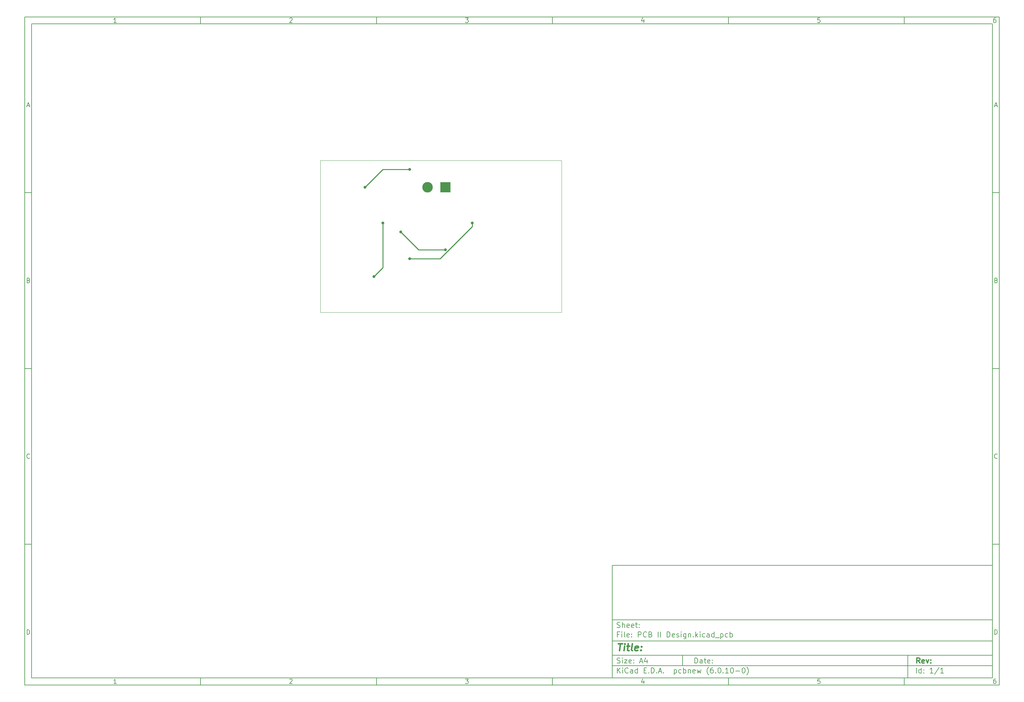
<source format=gbr>
%TF.GenerationSoftware,KiCad,Pcbnew,(6.0.10-0)*%
%TF.CreationDate,2023-02-24T22:40:58-08:00*%
%TF.ProjectId,PCB II Design,50434220-4949-4204-9465-7369676e2e6b,rev?*%
%TF.SameCoordinates,Original*%
%TF.FileFunction,Copper,L2,Bot*%
%TF.FilePolarity,Positive*%
%FSLAX46Y46*%
G04 Gerber Fmt 4.6, Leading zero omitted, Abs format (unit mm)*
G04 Created by KiCad (PCBNEW (6.0.10-0)) date 2023-02-24 22:40:58*
%MOMM*%
%LPD*%
G01*
G04 APERTURE LIST*
%ADD10C,0.100000*%
%ADD11C,0.150000*%
%ADD12C,0.300000*%
%ADD13C,0.400000*%
%TA.AperFunction,Profile*%
%ADD14C,0.100000*%
%TD*%
%TA.AperFunction,ComponentPad*%
%ADD15R,3.000000X3.000000*%
%TD*%
%TA.AperFunction,ComponentPad*%
%ADD16C,3.000000*%
%TD*%
%TA.AperFunction,ViaPad*%
%ADD17C,0.800000*%
%TD*%
%TA.AperFunction,Conductor*%
%ADD18C,0.250000*%
%TD*%
G04 APERTURE END LIST*
D10*
D11*
X177002200Y-166007200D02*
X177002200Y-198007200D01*
X285002200Y-198007200D01*
X285002200Y-166007200D01*
X177002200Y-166007200D01*
D10*
D11*
X10000000Y-10000000D02*
X10000000Y-200007200D01*
X287002200Y-200007200D01*
X287002200Y-10000000D01*
X10000000Y-10000000D01*
D10*
D11*
X12000000Y-12000000D02*
X12000000Y-198007200D01*
X285002200Y-198007200D01*
X285002200Y-12000000D01*
X12000000Y-12000000D01*
D10*
D11*
X60000000Y-12000000D02*
X60000000Y-10000000D01*
D10*
D11*
X110000000Y-12000000D02*
X110000000Y-10000000D01*
D10*
D11*
X160000000Y-12000000D02*
X160000000Y-10000000D01*
D10*
D11*
X210000000Y-12000000D02*
X210000000Y-10000000D01*
D10*
D11*
X260000000Y-12000000D02*
X260000000Y-10000000D01*
D10*
D11*
X36065476Y-11588095D02*
X35322619Y-11588095D01*
X35694047Y-11588095D02*
X35694047Y-10288095D01*
X35570238Y-10473809D01*
X35446428Y-10597619D01*
X35322619Y-10659523D01*
D10*
D11*
X85322619Y-10411904D02*
X85384523Y-10350000D01*
X85508333Y-10288095D01*
X85817857Y-10288095D01*
X85941666Y-10350000D01*
X86003571Y-10411904D01*
X86065476Y-10535714D01*
X86065476Y-10659523D01*
X86003571Y-10845238D01*
X85260714Y-11588095D01*
X86065476Y-11588095D01*
D10*
D11*
X135260714Y-10288095D02*
X136065476Y-10288095D01*
X135632142Y-10783333D01*
X135817857Y-10783333D01*
X135941666Y-10845238D01*
X136003571Y-10907142D01*
X136065476Y-11030952D01*
X136065476Y-11340476D01*
X136003571Y-11464285D01*
X135941666Y-11526190D01*
X135817857Y-11588095D01*
X135446428Y-11588095D01*
X135322619Y-11526190D01*
X135260714Y-11464285D01*
D10*
D11*
X185941666Y-10721428D02*
X185941666Y-11588095D01*
X185632142Y-10226190D02*
X185322619Y-11154761D01*
X186127380Y-11154761D01*
D10*
D11*
X236003571Y-10288095D02*
X235384523Y-10288095D01*
X235322619Y-10907142D01*
X235384523Y-10845238D01*
X235508333Y-10783333D01*
X235817857Y-10783333D01*
X235941666Y-10845238D01*
X236003571Y-10907142D01*
X236065476Y-11030952D01*
X236065476Y-11340476D01*
X236003571Y-11464285D01*
X235941666Y-11526190D01*
X235817857Y-11588095D01*
X235508333Y-11588095D01*
X235384523Y-11526190D01*
X235322619Y-11464285D01*
D10*
D11*
X285941666Y-10288095D02*
X285694047Y-10288095D01*
X285570238Y-10350000D01*
X285508333Y-10411904D01*
X285384523Y-10597619D01*
X285322619Y-10845238D01*
X285322619Y-11340476D01*
X285384523Y-11464285D01*
X285446428Y-11526190D01*
X285570238Y-11588095D01*
X285817857Y-11588095D01*
X285941666Y-11526190D01*
X286003571Y-11464285D01*
X286065476Y-11340476D01*
X286065476Y-11030952D01*
X286003571Y-10907142D01*
X285941666Y-10845238D01*
X285817857Y-10783333D01*
X285570238Y-10783333D01*
X285446428Y-10845238D01*
X285384523Y-10907142D01*
X285322619Y-11030952D01*
D10*
D11*
X60000000Y-198007200D02*
X60000000Y-200007200D01*
D10*
D11*
X110000000Y-198007200D02*
X110000000Y-200007200D01*
D10*
D11*
X160000000Y-198007200D02*
X160000000Y-200007200D01*
D10*
D11*
X210000000Y-198007200D02*
X210000000Y-200007200D01*
D10*
D11*
X260000000Y-198007200D02*
X260000000Y-200007200D01*
D10*
D11*
X36065476Y-199595295D02*
X35322619Y-199595295D01*
X35694047Y-199595295D02*
X35694047Y-198295295D01*
X35570238Y-198481009D01*
X35446428Y-198604819D01*
X35322619Y-198666723D01*
D10*
D11*
X85322619Y-198419104D02*
X85384523Y-198357200D01*
X85508333Y-198295295D01*
X85817857Y-198295295D01*
X85941666Y-198357200D01*
X86003571Y-198419104D01*
X86065476Y-198542914D01*
X86065476Y-198666723D01*
X86003571Y-198852438D01*
X85260714Y-199595295D01*
X86065476Y-199595295D01*
D10*
D11*
X135260714Y-198295295D02*
X136065476Y-198295295D01*
X135632142Y-198790533D01*
X135817857Y-198790533D01*
X135941666Y-198852438D01*
X136003571Y-198914342D01*
X136065476Y-199038152D01*
X136065476Y-199347676D01*
X136003571Y-199471485D01*
X135941666Y-199533390D01*
X135817857Y-199595295D01*
X135446428Y-199595295D01*
X135322619Y-199533390D01*
X135260714Y-199471485D01*
D10*
D11*
X185941666Y-198728628D02*
X185941666Y-199595295D01*
X185632142Y-198233390D02*
X185322619Y-199161961D01*
X186127380Y-199161961D01*
D10*
D11*
X236003571Y-198295295D02*
X235384523Y-198295295D01*
X235322619Y-198914342D01*
X235384523Y-198852438D01*
X235508333Y-198790533D01*
X235817857Y-198790533D01*
X235941666Y-198852438D01*
X236003571Y-198914342D01*
X236065476Y-199038152D01*
X236065476Y-199347676D01*
X236003571Y-199471485D01*
X235941666Y-199533390D01*
X235817857Y-199595295D01*
X235508333Y-199595295D01*
X235384523Y-199533390D01*
X235322619Y-199471485D01*
D10*
D11*
X285941666Y-198295295D02*
X285694047Y-198295295D01*
X285570238Y-198357200D01*
X285508333Y-198419104D01*
X285384523Y-198604819D01*
X285322619Y-198852438D01*
X285322619Y-199347676D01*
X285384523Y-199471485D01*
X285446428Y-199533390D01*
X285570238Y-199595295D01*
X285817857Y-199595295D01*
X285941666Y-199533390D01*
X286003571Y-199471485D01*
X286065476Y-199347676D01*
X286065476Y-199038152D01*
X286003571Y-198914342D01*
X285941666Y-198852438D01*
X285817857Y-198790533D01*
X285570238Y-198790533D01*
X285446428Y-198852438D01*
X285384523Y-198914342D01*
X285322619Y-199038152D01*
D10*
D11*
X10000000Y-60000000D02*
X12000000Y-60000000D01*
D10*
D11*
X10000000Y-110000000D02*
X12000000Y-110000000D01*
D10*
D11*
X10000000Y-160000000D02*
X12000000Y-160000000D01*
D10*
D11*
X10690476Y-35216666D02*
X11309523Y-35216666D01*
X10566666Y-35588095D02*
X11000000Y-34288095D01*
X11433333Y-35588095D01*
D10*
D11*
X11092857Y-84907142D02*
X11278571Y-84969047D01*
X11340476Y-85030952D01*
X11402380Y-85154761D01*
X11402380Y-85340476D01*
X11340476Y-85464285D01*
X11278571Y-85526190D01*
X11154761Y-85588095D01*
X10659523Y-85588095D01*
X10659523Y-84288095D01*
X11092857Y-84288095D01*
X11216666Y-84350000D01*
X11278571Y-84411904D01*
X11340476Y-84535714D01*
X11340476Y-84659523D01*
X11278571Y-84783333D01*
X11216666Y-84845238D01*
X11092857Y-84907142D01*
X10659523Y-84907142D01*
D10*
D11*
X11402380Y-135464285D02*
X11340476Y-135526190D01*
X11154761Y-135588095D01*
X11030952Y-135588095D01*
X10845238Y-135526190D01*
X10721428Y-135402380D01*
X10659523Y-135278571D01*
X10597619Y-135030952D01*
X10597619Y-134845238D01*
X10659523Y-134597619D01*
X10721428Y-134473809D01*
X10845238Y-134350000D01*
X11030952Y-134288095D01*
X11154761Y-134288095D01*
X11340476Y-134350000D01*
X11402380Y-134411904D01*
D10*
D11*
X10659523Y-185588095D02*
X10659523Y-184288095D01*
X10969047Y-184288095D01*
X11154761Y-184350000D01*
X11278571Y-184473809D01*
X11340476Y-184597619D01*
X11402380Y-184845238D01*
X11402380Y-185030952D01*
X11340476Y-185278571D01*
X11278571Y-185402380D01*
X11154761Y-185526190D01*
X10969047Y-185588095D01*
X10659523Y-185588095D01*
D10*
D11*
X287002200Y-60000000D02*
X285002200Y-60000000D01*
D10*
D11*
X287002200Y-110000000D02*
X285002200Y-110000000D01*
D10*
D11*
X287002200Y-160000000D02*
X285002200Y-160000000D01*
D10*
D11*
X285692676Y-35216666D02*
X286311723Y-35216666D01*
X285568866Y-35588095D02*
X286002200Y-34288095D01*
X286435533Y-35588095D01*
D10*
D11*
X286095057Y-84907142D02*
X286280771Y-84969047D01*
X286342676Y-85030952D01*
X286404580Y-85154761D01*
X286404580Y-85340476D01*
X286342676Y-85464285D01*
X286280771Y-85526190D01*
X286156961Y-85588095D01*
X285661723Y-85588095D01*
X285661723Y-84288095D01*
X286095057Y-84288095D01*
X286218866Y-84350000D01*
X286280771Y-84411904D01*
X286342676Y-84535714D01*
X286342676Y-84659523D01*
X286280771Y-84783333D01*
X286218866Y-84845238D01*
X286095057Y-84907142D01*
X285661723Y-84907142D01*
D10*
D11*
X286404580Y-135464285D02*
X286342676Y-135526190D01*
X286156961Y-135588095D01*
X286033152Y-135588095D01*
X285847438Y-135526190D01*
X285723628Y-135402380D01*
X285661723Y-135278571D01*
X285599819Y-135030952D01*
X285599819Y-134845238D01*
X285661723Y-134597619D01*
X285723628Y-134473809D01*
X285847438Y-134350000D01*
X286033152Y-134288095D01*
X286156961Y-134288095D01*
X286342676Y-134350000D01*
X286404580Y-134411904D01*
D10*
D11*
X285661723Y-185588095D02*
X285661723Y-184288095D01*
X285971247Y-184288095D01*
X286156961Y-184350000D01*
X286280771Y-184473809D01*
X286342676Y-184597619D01*
X286404580Y-184845238D01*
X286404580Y-185030952D01*
X286342676Y-185278571D01*
X286280771Y-185402380D01*
X286156961Y-185526190D01*
X285971247Y-185588095D01*
X285661723Y-185588095D01*
D10*
D11*
X200434342Y-193785771D02*
X200434342Y-192285771D01*
X200791485Y-192285771D01*
X201005771Y-192357200D01*
X201148628Y-192500057D01*
X201220057Y-192642914D01*
X201291485Y-192928628D01*
X201291485Y-193142914D01*
X201220057Y-193428628D01*
X201148628Y-193571485D01*
X201005771Y-193714342D01*
X200791485Y-193785771D01*
X200434342Y-193785771D01*
X202577200Y-193785771D02*
X202577200Y-193000057D01*
X202505771Y-192857200D01*
X202362914Y-192785771D01*
X202077200Y-192785771D01*
X201934342Y-192857200D01*
X202577200Y-193714342D02*
X202434342Y-193785771D01*
X202077200Y-193785771D01*
X201934342Y-193714342D01*
X201862914Y-193571485D01*
X201862914Y-193428628D01*
X201934342Y-193285771D01*
X202077200Y-193214342D01*
X202434342Y-193214342D01*
X202577200Y-193142914D01*
X203077200Y-192785771D02*
X203648628Y-192785771D01*
X203291485Y-192285771D02*
X203291485Y-193571485D01*
X203362914Y-193714342D01*
X203505771Y-193785771D01*
X203648628Y-193785771D01*
X204720057Y-193714342D02*
X204577200Y-193785771D01*
X204291485Y-193785771D01*
X204148628Y-193714342D01*
X204077200Y-193571485D01*
X204077200Y-193000057D01*
X204148628Y-192857200D01*
X204291485Y-192785771D01*
X204577200Y-192785771D01*
X204720057Y-192857200D01*
X204791485Y-193000057D01*
X204791485Y-193142914D01*
X204077200Y-193285771D01*
X205434342Y-193642914D02*
X205505771Y-193714342D01*
X205434342Y-193785771D01*
X205362914Y-193714342D01*
X205434342Y-193642914D01*
X205434342Y-193785771D01*
X205434342Y-192857200D02*
X205505771Y-192928628D01*
X205434342Y-193000057D01*
X205362914Y-192928628D01*
X205434342Y-192857200D01*
X205434342Y-193000057D01*
D10*
D11*
X177002200Y-194507200D02*
X285002200Y-194507200D01*
D10*
D11*
X178434342Y-196585771D02*
X178434342Y-195085771D01*
X179291485Y-196585771D02*
X178648628Y-195728628D01*
X179291485Y-195085771D02*
X178434342Y-195942914D01*
X179934342Y-196585771D02*
X179934342Y-195585771D01*
X179934342Y-195085771D02*
X179862914Y-195157200D01*
X179934342Y-195228628D01*
X180005771Y-195157200D01*
X179934342Y-195085771D01*
X179934342Y-195228628D01*
X181505771Y-196442914D02*
X181434342Y-196514342D01*
X181220057Y-196585771D01*
X181077200Y-196585771D01*
X180862914Y-196514342D01*
X180720057Y-196371485D01*
X180648628Y-196228628D01*
X180577200Y-195942914D01*
X180577200Y-195728628D01*
X180648628Y-195442914D01*
X180720057Y-195300057D01*
X180862914Y-195157200D01*
X181077200Y-195085771D01*
X181220057Y-195085771D01*
X181434342Y-195157200D01*
X181505771Y-195228628D01*
X182791485Y-196585771D02*
X182791485Y-195800057D01*
X182720057Y-195657200D01*
X182577200Y-195585771D01*
X182291485Y-195585771D01*
X182148628Y-195657200D01*
X182791485Y-196514342D02*
X182648628Y-196585771D01*
X182291485Y-196585771D01*
X182148628Y-196514342D01*
X182077200Y-196371485D01*
X182077200Y-196228628D01*
X182148628Y-196085771D01*
X182291485Y-196014342D01*
X182648628Y-196014342D01*
X182791485Y-195942914D01*
X184148628Y-196585771D02*
X184148628Y-195085771D01*
X184148628Y-196514342D02*
X184005771Y-196585771D01*
X183720057Y-196585771D01*
X183577200Y-196514342D01*
X183505771Y-196442914D01*
X183434342Y-196300057D01*
X183434342Y-195871485D01*
X183505771Y-195728628D01*
X183577200Y-195657200D01*
X183720057Y-195585771D01*
X184005771Y-195585771D01*
X184148628Y-195657200D01*
X186005771Y-195800057D02*
X186505771Y-195800057D01*
X186720057Y-196585771D02*
X186005771Y-196585771D01*
X186005771Y-195085771D01*
X186720057Y-195085771D01*
X187362914Y-196442914D02*
X187434342Y-196514342D01*
X187362914Y-196585771D01*
X187291485Y-196514342D01*
X187362914Y-196442914D01*
X187362914Y-196585771D01*
X188077200Y-196585771D02*
X188077200Y-195085771D01*
X188434342Y-195085771D01*
X188648628Y-195157200D01*
X188791485Y-195300057D01*
X188862914Y-195442914D01*
X188934342Y-195728628D01*
X188934342Y-195942914D01*
X188862914Y-196228628D01*
X188791485Y-196371485D01*
X188648628Y-196514342D01*
X188434342Y-196585771D01*
X188077200Y-196585771D01*
X189577200Y-196442914D02*
X189648628Y-196514342D01*
X189577200Y-196585771D01*
X189505771Y-196514342D01*
X189577200Y-196442914D01*
X189577200Y-196585771D01*
X190220057Y-196157200D02*
X190934342Y-196157200D01*
X190077200Y-196585771D02*
X190577200Y-195085771D01*
X191077200Y-196585771D01*
X191577200Y-196442914D02*
X191648628Y-196514342D01*
X191577200Y-196585771D01*
X191505771Y-196514342D01*
X191577200Y-196442914D01*
X191577200Y-196585771D01*
X194577200Y-195585771D02*
X194577200Y-197085771D01*
X194577200Y-195657200D02*
X194720057Y-195585771D01*
X195005771Y-195585771D01*
X195148628Y-195657200D01*
X195220057Y-195728628D01*
X195291485Y-195871485D01*
X195291485Y-196300057D01*
X195220057Y-196442914D01*
X195148628Y-196514342D01*
X195005771Y-196585771D01*
X194720057Y-196585771D01*
X194577200Y-196514342D01*
X196577200Y-196514342D02*
X196434342Y-196585771D01*
X196148628Y-196585771D01*
X196005771Y-196514342D01*
X195934342Y-196442914D01*
X195862914Y-196300057D01*
X195862914Y-195871485D01*
X195934342Y-195728628D01*
X196005771Y-195657200D01*
X196148628Y-195585771D01*
X196434342Y-195585771D01*
X196577200Y-195657200D01*
X197220057Y-196585771D02*
X197220057Y-195085771D01*
X197220057Y-195657200D02*
X197362914Y-195585771D01*
X197648628Y-195585771D01*
X197791485Y-195657200D01*
X197862914Y-195728628D01*
X197934342Y-195871485D01*
X197934342Y-196300057D01*
X197862914Y-196442914D01*
X197791485Y-196514342D01*
X197648628Y-196585771D01*
X197362914Y-196585771D01*
X197220057Y-196514342D01*
X198577200Y-195585771D02*
X198577200Y-196585771D01*
X198577200Y-195728628D02*
X198648628Y-195657200D01*
X198791485Y-195585771D01*
X199005771Y-195585771D01*
X199148628Y-195657200D01*
X199220057Y-195800057D01*
X199220057Y-196585771D01*
X200505771Y-196514342D02*
X200362914Y-196585771D01*
X200077200Y-196585771D01*
X199934342Y-196514342D01*
X199862914Y-196371485D01*
X199862914Y-195800057D01*
X199934342Y-195657200D01*
X200077200Y-195585771D01*
X200362914Y-195585771D01*
X200505771Y-195657200D01*
X200577200Y-195800057D01*
X200577200Y-195942914D01*
X199862914Y-196085771D01*
X201077200Y-195585771D02*
X201362914Y-196585771D01*
X201648628Y-195871485D01*
X201934342Y-196585771D01*
X202220057Y-195585771D01*
X204362914Y-197157200D02*
X204291485Y-197085771D01*
X204148628Y-196871485D01*
X204077200Y-196728628D01*
X204005771Y-196514342D01*
X203934342Y-196157200D01*
X203934342Y-195871485D01*
X204005771Y-195514342D01*
X204077200Y-195300057D01*
X204148628Y-195157200D01*
X204291485Y-194942914D01*
X204362914Y-194871485D01*
X205577200Y-195085771D02*
X205291485Y-195085771D01*
X205148628Y-195157200D01*
X205077200Y-195228628D01*
X204934342Y-195442914D01*
X204862914Y-195728628D01*
X204862914Y-196300057D01*
X204934342Y-196442914D01*
X205005771Y-196514342D01*
X205148628Y-196585771D01*
X205434342Y-196585771D01*
X205577200Y-196514342D01*
X205648628Y-196442914D01*
X205720057Y-196300057D01*
X205720057Y-195942914D01*
X205648628Y-195800057D01*
X205577200Y-195728628D01*
X205434342Y-195657200D01*
X205148628Y-195657200D01*
X205005771Y-195728628D01*
X204934342Y-195800057D01*
X204862914Y-195942914D01*
X206362914Y-196442914D02*
X206434342Y-196514342D01*
X206362914Y-196585771D01*
X206291485Y-196514342D01*
X206362914Y-196442914D01*
X206362914Y-196585771D01*
X207362914Y-195085771D02*
X207505771Y-195085771D01*
X207648628Y-195157200D01*
X207720057Y-195228628D01*
X207791485Y-195371485D01*
X207862914Y-195657200D01*
X207862914Y-196014342D01*
X207791485Y-196300057D01*
X207720057Y-196442914D01*
X207648628Y-196514342D01*
X207505771Y-196585771D01*
X207362914Y-196585771D01*
X207220057Y-196514342D01*
X207148628Y-196442914D01*
X207077200Y-196300057D01*
X207005771Y-196014342D01*
X207005771Y-195657200D01*
X207077200Y-195371485D01*
X207148628Y-195228628D01*
X207220057Y-195157200D01*
X207362914Y-195085771D01*
X208505771Y-196442914D02*
X208577200Y-196514342D01*
X208505771Y-196585771D01*
X208434342Y-196514342D01*
X208505771Y-196442914D01*
X208505771Y-196585771D01*
X210005771Y-196585771D02*
X209148628Y-196585771D01*
X209577200Y-196585771D02*
X209577200Y-195085771D01*
X209434342Y-195300057D01*
X209291485Y-195442914D01*
X209148628Y-195514342D01*
X210934342Y-195085771D02*
X211077200Y-195085771D01*
X211220057Y-195157200D01*
X211291485Y-195228628D01*
X211362914Y-195371485D01*
X211434342Y-195657200D01*
X211434342Y-196014342D01*
X211362914Y-196300057D01*
X211291485Y-196442914D01*
X211220057Y-196514342D01*
X211077200Y-196585771D01*
X210934342Y-196585771D01*
X210791485Y-196514342D01*
X210720057Y-196442914D01*
X210648628Y-196300057D01*
X210577200Y-196014342D01*
X210577200Y-195657200D01*
X210648628Y-195371485D01*
X210720057Y-195228628D01*
X210791485Y-195157200D01*
X210934342Y-195085771D01*
X212077200Y-196014342D02*
X213220057Y-196014342D01*
X214220057Y-195085771D02*
X214362914Y-195085771D01*
X214505771Y-195157200D01*
X214577200Y-195228628D01*
X214648628Y-195371485D01*
X214720057Y-195657200D01*
X214720057Y-196014342D01*
X214648628Y-196300057D01*
X214577200Y-196442914D01*
X214505771Y-196514342D01*
X214362914Y-196585771D01*
X214220057Y-196585771D01*
X214077200Y-196514342D01*
X214005771Y-196442914D01*
X213934342Y-196300057D01*
X213862914Y-196014342D01*
X213862914Y-195657200D01*
X213934342Y-195371485D01*
X214005771Y-195228628D01*
X214077200Y-195157200D01*
X214220057Y-195085771D01*
X215220057Y-197157200D02*
X215291485Y-197085771D01*
X215434342Y-196871485D01*
X215505771Y-196728628D01*
X215577200Y-196514342D01*
X215648628Y-196157200D01*
X215648628Y-195871485D01*
X215577200Y-195514342D01*
X215505771Y-195300057D01*
X215434342Y-195157200D01*
X215291485Y-194942914D01*
X215220057Y-194871485D01*
D10*
D11*
X177002200Y-191507200D02*
X285002200Y-191507200D01*
D10*
D12*
X264411485Y-193785771D02*
X263911485Y-193071485D01*
X263554342Y-193785771D02*
X263554342Y-192285771D01*
X264125771Y-192285771D01*
X264268628Y-192357200D01*
X264340057Y-192428628D01*
X264411485Y-192571485D01*
X264411485Y-192785771D01*
X264340057Y-192928628D01*
X264268628Y-193000057D01*
X264125771Y-193071485D01*
X263554342Y-193071485D01*
X265625771Y-193714342D02*
X265482914Y-193785771D01*
X265197200Y-193785771D01*
X265054342Y-193714342D01*
X264982914Y-193571485D01*
X264982914Y-193000057D01*
X265054342Y-192857200D01*
X265197200Y-192785771D01*
X265482914Y-192785771D01*
X265625771Y-192857200D01*
X265697200Y-193000057D01*
X265697200Y-193142914D01*
X264982914Y-193285771D01*
X266197200Y-192785771D02*
X266554342Y-193785771D01*
X266911485Y-192785771D01*
X267482914Y-193642914D02*
X267554342Y-193714342D01*
X267482914Y-193785771D01*
X267411485Y-193714342D01*
X267482914Y-193642914D01*
X267482914Y-193785771D01*
X267482914Y-192857200D02*
X267554342Y-192928628D01*
X267482914Y-193000057D01*
X267411485Y-192928628D01*
X267482914Y-192857200D01*
X267482914Y-193000057D01*
D10*
D11*
X178362914Y-193714342D02*
X178577200Y-193785771D01*
X178934342Y-193785771D01*
X179077200Y-193714342D01*
X179148628Y-193642914D01*
X179220057Y-193500057D01*
X179220057Y-193357200D01*
X179148628Y-193214342D01*
X179077200Y-193142914D01*
X178934342Y-193071485D01*
X178648628Y-193000057D01*
X178505771Y-192928628D01*
X178434342Y-192857200D01*
X178362914Y-192714342D01*
X178362914Y-192571485D01*
X178434342Y-192428628D01*
X178505771Y-192357200D01*
X178648628Y-192285771D01*
X179005771Y-192285771D01*
X179220057Y-192357200D01*
X179862914Y-193785771D02*
X179862914Y-192785771D01*
X179862914Y-192285771D02*
X179791485Y-192357200D01*
X179862914Y-192428628D01*
X179934342Y-192357200D01*
X179862914Y-192285771D01*
X179862914Y-192428628D01*
X180434342Y-192785771D02*
X181220057Y-192785771D01*
X180434342Y-193785771D01*
X181220057Y-193785771D01*
X182362914Y-193714342D02*
X182220057Y-193785771D01*
X181934342Y-193785771D01*
X181791485Y-193714342D01*
X181720057Y-193571485D01*
X181720057Y-193000057D01*
X181791485Y-192857200D01*
X181934342Y-192785771D01*
X182220057Y-192785771D01*
X182362914Y-192857200D01*
X182434342Y-193000057D01*
X182434342Y-193142914D01*
X181720057Y-193285771D01*
X183077200Y-193642914D02*
X183148628Y-193714342D01*
X183077200Y-193785771D01*
X183005771Y-193714342D01*
X183077200Y-193642914D01*
X183077200Y-193785771D01*
X183077200Y-192857200D02*
X183148628Y-192928628D01*
X183077200Y-193000057D01*
X183005771Y-192928628D01*
X183077200Y-192857200D01*
X183077200Y-193000057D01*
X184862914Y-193357200D02*
X185577200Y-193357200D01*
X184720057Y-193785771D02*
X185220057Y-192285771D01*
X185720057Y-193785771D01*
X186862914Y-192785771D02*
X186862914Y-193785771D01*
X186505771Y-192214342D02*
X186148628Y-193285771D01*
X187077200Y-193285771D01*
D10*
D11*
X263434342Y-196585771D02*
X263434342Y-195085771D01*
X264791485Y-196585771D02*
X264791485Y-195085771D01*
X264791485Y-196514342D02*
X264648628Y-196585771D01*
X264362914Y-196585771D01*
X264220057Y-196514342D01*
X264148628Y-196442914D01*
X264077200Y-196300057D01*
X264077200Y-195871485D01*
X264148628Y-195728628D01*
X264220057Y-195657200D01*
X264362914Y-195585771D01*
X264648628Y-195585771D01*
X264791485Y-195657200D01*
X265505771Y-196442914D02*
X265577200Y-196514342D01*
X265505771Y-196585771D01*
X265434342Y-196514342D01*
X265505771Y-196442914D01*
X265505771Y-196585771D01*
X265505771Y-195657200D02*
X265577200Y-195728628D01*
X265505771Y-195800057D01*
X265434342Y-195728628D01*
X265505771Y-195657200D01*
X265505771Y-195800057D01*
X268148628Y-196585771D02*
X267291485Y-196585771D01*
X267720057Y-196585771D02*
X267720057Y-195085771D01*
X267577200Y-195300057D01*
X267434342Y-195442914D01*
X267291485Y-195514342D01*
X269862914Y-195014342D02*
X268577200Y-196942914D01*
X271148628Y-196585771D02*
X270291485Y-196585771D01*
X270720057Y-196585771D02*
X270720057Y-195085771D01*
X270577200Y-195300057D01*
X270434342Y-195442914D01*
X270291485Y-195514342D01*
D10*
D11*
X177002200Y-187507200D02*
X285002200Y-187507200D01*
D10*
D13*
X178714580Y-188211961D02*
X179857438Y-188211961D01*
X179036009Y-190211961D02*
X179286009Y-188211961D01*
X180274104Y-190211961D02*
X180440771Y-188878628D01*
X180524104Y-188211961D02*
X180416961Y-188307200D01*
X180500295Y-188402438D01*
X180607438Y-188307200D01*
X180524104Y-188211961D01*
X180500295Y-188402438D01*
X181107438Y-188878628D02*
X181869342Y-188878628D01*
X181476485Y-188211961D02*
X181262200Y-189926247D01*
X181333628Y-190116723D01*
X181512200Y-190211961D01*
X181702676Y-190211961D01*
X182655057Y-190211961D02*
X182476485Y-190116723D01*
X182405057Y-189926247D01*
X182619342Y-188211961D01*
X184190771Y-190116723D02*
X183988390Y-190211961D01*
X183607438Y-190211961D01*
X183428866Y-190116723D01*
X183357438Y-189926247D01*
X183452676Y-189164342D01*
X183571723Y-188973866D01*
X183774104Y-188878628D01*
X184155057Y-188878628D01*
X184333628Y-188973866D01*
X184405057Y-189164342D01*
X184381247Y-189354819D01*
X183405057Y-189545295D01*
X185155057Y-190021485D02*
X185238390Y-190116723D01*
X185131247Y-190211961D01*
X185047914Y-190116723D01*
X185155057Y-190021485D01*
X185131247Y-190211961D01*
X185286009Y-188973866D02*
X185369342Y-189069104D01*
X185262200Y-189164342D01*
X185178866Y-189069104D01*
X185286009Y-188973866D01*
X185262200Y-189164342D01*
D10*
D11*
X178934342Y-185600057D02*
X178434342Y-185600057D01*
X178434342Y-186385771D02*
X178434342Y-184885771D01*
X179148628Y-184885771D01*
X179720057Y-186385771D02*
X179720057Y-185385771D01*
X179720057Y-184885771D02*
X179648628Y-184957200D01*
X179720057Y-185028628D01*
X179791485Y-184957200D01*
X179720057Y-184885771D01*
X179720057Y-185028628D01*
X180648628Y-186385771D02*
X180505771Y-186314342D01*
X180434342Y-186171485D01*
X180434342Y-184885771D01*
X181791485Y-186314342D02*
X181648628Y-186385771D01*
X181362914Y-186385771D01*
X181220057Y-186314342D01*
X181148628Y-186171485D01*
X181148628Y-185600057D01*
X181220057Y-185457200D01*
X181362914Y-185385771D01*
X181648628Y-185385771D01*
X181791485Y-185457200D01*
X181862914Y-185600057D01*
X181862914Y-185742914D01*
X181148628Y-185885771D01*
X182505771Y-186242914D02*
X182577200Y-186314342D01*
X182505771Y-186385771D01*
X182434342Y-186314342D01*
X182505771Y-186242914D01*
X182505771Y-186385771D01*
X182505771Y-185457200D02*
X182577200Y-185528628D01*
X182505771Y-185600057D01*
X182434342Y-185528628D01*
X182505771Y-185457200D01*
X182505771Y-185600057D01*
X184362914Y-186385771D02*
X184362914Y-184885771D01*
X184934342Y-184885771D01*
X185077200Y-184957200D01*
X185148628Y-185028628D01*
X185220057Y-185171485D01*
X185220057Y-185385771D01*
X185148628Y-185528628D01*
X185077200Y-185600057D01*
X184934342Y-185671485D01*
X184362914Y-185671485D01*
X186720057Y-186242914D02*
X186648628Y-186314342D01*
X186434342Y-186385771D01*
X186291485Y-186385771D01*
X186077200Y-186314342D01*
X185934342Y-186171485D01*
X185862914Y-186028628D01*
X185791485Y-185742914D01*
X185791485Y-185528628D01*
X185862914Y-185242914D01*
X185934342Y-185100057D01*
X186077200Y-184957200D01*
X186291485Y-184885771D01*
X186434342Y-184885771D01*
X186648628Y-184957200D01*
X186720057Y-185028628D01*
X187862914Y-185600057D02*
X188077200Y-185671485D01*
X188148628Y-185742914D01*
X188220057Y-185885771D01*
X188220057Y-186100057D01*
X188148628Y-186242914D01*
X188077200Y-186314342D01*
X187934342Y-186385771D01*
X187362914Y-186385771D01*
X187362914Y-184885771D01*
X187862914Y-184885771D01*
X188005771Y-184957200D01*
X188077200Y-185028628D01*
X188148628Y-185171485D01*
X188148628Y-185314342D01*
X188077200Y-185457200D01*
X188005771Y-185528628D01*
X187862914Y-185600057D01*
X187362914Y-185600057D01*
X190005771Y-186385771D02*
X190005771Y-184885771D01*
X190720057Y-186385771D02*
X190720057Y-184885771D01*
X192577200Y-186385771D02*
X192577200Y-184885771D01*
X192934342Y-184885771D01*
X193148628Y-184957200D01*
X193291485Y-185100057D01*
X193362914Y-185242914D01*
X193434342Y-185528628D01*
X193434342Y-185742914D01*
X193362914Y-186028628D01*
X193291485Y-186171485D01*
X193148628Y-186314342D01*
X192934342Y-186385771D01*
X192577200Y-186385771D01*
X194648628Y-186314342D02*
X194505771Y-186385771D01*
X194220057Y-186385771D01*
X194077200Y-186314342D01*
X194005771Y-186171485D01*
X194005771Y-185600057D01*
X194077200Y-185457200D01*
X194220057Y-185385771D01*
X194505771Y-185385771D01*
X194648628Y-185457200D01*
X194720057Y-185600057D01*
X194720057Y-185742914D01*
X194005771Y-185885771D01*
X195291485Y-186314342D02*
X195434342Y-186385771D01*
X195720057Y-186385771D01*
X195862914Y-186314342D01*
X195934342Y-186171485D01*
X195934342Y-186100057D01*
X195862914Y-185957200D01*
X195720057Y-185885771D01*
X195505771Y-185885771D01*
X195362914Y-185814342D01*
X195291485Y-185671485D01*
X195291485Y-185600057D01*
X195362914Y-185457200D01*
X195505771Y-185385771D01*
X195720057Y-185385771D01*
X195862914Y-185457200D01*
X196577200Y-186385771D02*
X196577200Y-185385771D01*
X196577200Y-184885771D02*
X196505771Y-184957200D01*
X196577200Y-185028628D01*
X196648628Y-184957200D01*
X196577200Y-184885771D01*
X196577200Y-185028628D01*
X197934342Y-185385771D02*
X197934342Y-186600057D01*
X197862914Y-186742914D01*
X197791485Y-186814342D01*
X197648628Y-186885771D01*
X197434342Y-186885771D01*
X197291485Y-186814342D01*
X197934342Y-186314342D02*
X197791485Y-186385771D01*
X197505771Y-186385771D01*
X197362914Y-186314342D01*
X197291485Y-186242914D01*
X197220057Y-186100057D01*
X197220057Y-185671485D01*
X197291485Y-185528628D01*
X197362914Y-185457200D01*
X197505771Y-185385771D01*
X197791485Y-185385771D01*
X197934342Y-185457200D01*
X198648628Y-185385771D02*
X198648628Y-186385771D01*
X198648628Y-185528628D02*
X198720057Y-185457200D01*
X198862914Y-185385771D01*
X199077200Y-185385771D01*
X199220057Y-185457200D01*
X199291485Y-185600057D01*
X199291485Y-186385771D01*
X200005771Y-186242914D02*
X200077200Y-186314342D01*
X200005771Y-186385771D01*
X199934342Y-186314342D01*
X200005771Y-186242914D01*
X200005771Y-186385771D01*
X200720057Y-186385771D02*
X200720057Y-184885771D01*
X200862914Y-185814342D02*
X201291485Y-186385771D01*
X201291485Y-185385771D02*
X200720057Y-185957200D01*
X201934342Y-186385771D02*
X201934342Y-185385771D01*
X201934342Y-184885771D02*
X201862914Y-184957200D01*
X201934342Y-185028628D01*
X202005771Y-184957200D01*
X201934342Y-184885771D01*
X201934342Y-185028628D01*
X203291485Y-186314342D02*
X203148628Y-186385771D01*
X202862914Y-186385771D01*
X202720057Y-186314342D01*
X202648628Y-186242914D01*
X202577200Y-186100057D01*
X202577200Y-185671485D01*
X202648628Y-185528628D01*
X202720057Y-185457200D01*
X202862914Y-185385771D01*
X203148628Y-185385771D01*
X203291485Y-185457200D01*
X204577200Y-186385771D02*
X204577200Y-185600057D01*
X204505771Y-185457200D01*
X204362914Y-185385771D01*
X204077200Y-185385771D01*
X203934342Y-185457200D01*
X204577200Y-186314342D02*
X204434342Y-186385771D01*
X204077200Y-186385771D01*
X203934342Y-186314342D01*
X203862914Y-186171485D01*
X203862914Y-186028628D01*
X203934342Y-185885771D01*
X204077200Y-185814342D01*
X204434342Y-185814342D01*
X204577200Y-185742914D01*
X205934342Y-186385771D02*
X205934342Y-184885771D01*
X205934342Y-186314342D02*
X205791485Y-186385771D01*
X205505771Y-186385771D01*
X205362914Y-186314342D01*
X205291485Y-186242914D01*
X205220057Y-186100057D01*
X205220057Y-185671485D01*
X205291485Y-185528628D01*
X205362914Y-185457200D01*
X205505771Y-185385771D01*
X205791485Y-185385771D01*
X205934342Y-185457200D01*
X206291485Y-186528628D02*
X207434342Y-186528628D01*
X207791485Y-185385771D02*
X207791485Y-186885771D01*
X207791485Y-185457200D02*
X207934342Y-185385771D01*
X208220057Y-185385771D01*
X208362914Y-185457200D01*
X208434342Y-185528628D01*
X208505771Y-185671485D01*
X208505771Y-186100057D01*
X208434342Y-186242914D01*
X208362914Y-186314342D01*
X208220057Y-186385771D01*
X207934342Y-186385771D01*
X207791485Y-186314342D01*
X209791485Y-186314342D02*
X209648628Y-186385771D01*
X209362914Y-186385771D01*
X209220057Y-186314342D01*
X209148628Y-186242914D01*
X209077200Y-186100057D01*
X209077200Y-185671485D01*
X209148628Y-185528628D01*
X209220057Y-185457200D01*
X209362914Y-185385771D01*
X209648628Y-185385771D01*
X209791485Y-185457200D01*
X210434342Y-186385771D02*
X210434342Y-184885771D01*
X210434342Y-185457200D02*
X210577200Y-185385771D01*
X210862914Y-185385771D01*
X211005771Y-185457200D01*
X211077200Y-185528628D01*
X211148628Y-185671485D01*
X211148628Y-186100057D01*
X211077200Y-186242914D01*
X211005771Y-186314342D01*
X210862914Y-186385771D01*
X210577200Y-186385771D01*
X210434342Y-186314342D01*
D10*
D11*
X177002200Y-181507200D02*
X285002200Y-181507200D01*
D10*
D11*
X178362914Y-183614342D02*
X178577200Y-183685771D01*
X178934342Y-183685771D01*
X179077200Y-183614342D01*
X179148628Y-183542914D01*
X179220057Y-183400057D01*
X179220057Y-183257200D01*
X179148628Y-183114342D01*
X179077200Y-183042914D01*
X178934342Y-182971485D01*
X178648628Y-182900057D01*
X178505771Y-182828628D01*
X178434342Y-182757200D01*
X178362914Y-182614342D01*
X178362914Y-182471485D01*
X178434342Y-182328628D01*
X178505771Y-182257200D01*
X178648628Y-182185771D01*
X179005771Y-182185771D01*
X179220057Y-182257200D01*
X179862914Y-183685771D02*
X179862914Y-182185771D01*
X180505771Y-183685771D02*
X180505771Y-182900057D01*
X180434342Y-182757200D01*
X180291485Y-182685771D01*
X180077200Y-182685771D01*
X179934342Y-182757200D01*
X179862914Y-182828628D01*
X181791485Y-183614342D02*
X181648628Y-183685771D01*
X181362914Y-183685771D01*
X181220057Y-183614342D01*
X181148628Y-183471485D01*
X181148628Y-182900057D01*
X181220057Y-182757200D01*
X181362914Y-182685771D01*
X181648628Y-182685771D01*
X181791485Y-182757200D01*
X181862914Y-182900057D01*
X181862914Y-183042914D01*
X181148628Y-183185771D01*
X183077200Y-183614342D02*
X182934342Y-183685771D01*
X182648628Y-183685771D01*
X182505771Y-183614342D01*
X182434342Y-183471485D01*
X182434342Y-182900057D01*
X182505771Y-182757200D01*
X182648628Y-182685771D01*
X182934342Y-182685771D01*
X183077200Y-182757200D01*
X183148628Y-182900057D01*
X183148628Y-183042914D01*
X182434342Y-183185771D01*
X183577200Y-182685771D02*
X184148628Y-182685771D01*
X183791485Y-182185771D02*
X183791485Y-183471485D01*
X183862914Y-183614342D01*
X184005771Y-183685771D01*
X184148628Y-183685771D01*
X184648628Y-183542914D02*
X184720057Y-183614342D01*
X184648628Y-183685771D01*
X184577200Y-183614342D01*
X184648628Y-183542914D01*
X184648628Y-183685771D01*
X184648628Y-182757200D02*
X184720057Y-182828628D01*
X184648628Y-182900057D01*
X184577200Y-182828628D01*
X184648628Y-182757200D01*
X184648628Y-182900057D01*
D10*
D12*
D10*
D11*
D10*
D11*
D10*
D11*
D10*
D11*
D10*
D11*
X197002200Y-191507200D02*
X197002200Y-194507200D01*
D10*
D11*
X261002200Y-191507200D02*
X261002200Y-198007200D01*
D14*
X93980000Y-50800000D02*
X162560000Y-50800000D01*
X162560000Y-50800000D02*
X162560000Y-93980000D01*
X162560000Y-93980000D02*
X93980000Y-93980000D01*
X93980000Y-93980000D02*
X93980000Y-50800000D01*
D15*
%TO.P,J1,1,Pin_1*%
%TO.N,+9V*%
X129540000Y-58420000D03*
D16*
%TO.P,J1,2,Pin_2*%
%TO.N,GND*%
X124460000Y-58420000D03*
%TD*%
D17*
%TO.N,GND*%
X111760000Y-68580000D03*
X109220000Y-83820000D03*
%TO.N,/pin_2*%
X116840000Y-71120000D03*
X129540000Y-76200000D03*
%TO.N,+9V*%
X137160000Y-68580000D03*
X119380000Y-53340000D03*
X119380000Y-78740000D03*
X106680000Y-58420000D03*
%TD*%
D18*
%TO.N,GND*%
X111760000Y-81280000D02*
X109220000Y-83820000D01*
X111760000Y-68580000D02*
X111760000Y-81280000D01*
%TO.N,/pin_2*%
X116840000Y-71120000D02*
X121920000Y-76200000D01*
X121920000Y-76200000D02*
X129540000Y-76200000D01*
%TO.N,+9V*%
X128025305Y-78740000D02*
X137160000Y-69605305D01*
X137160000Y-69605305D02*
X137160000Y-68580000D01*
X119380000Y-53340000D02*
X111760000Y-53340000D01*
X119380000Y-78740000D02*
X128025305Y-78740000D01*
X111760000Y-53340000D02*
X106680000Y-58420000D01*
%TD*%
M02*

</source>
